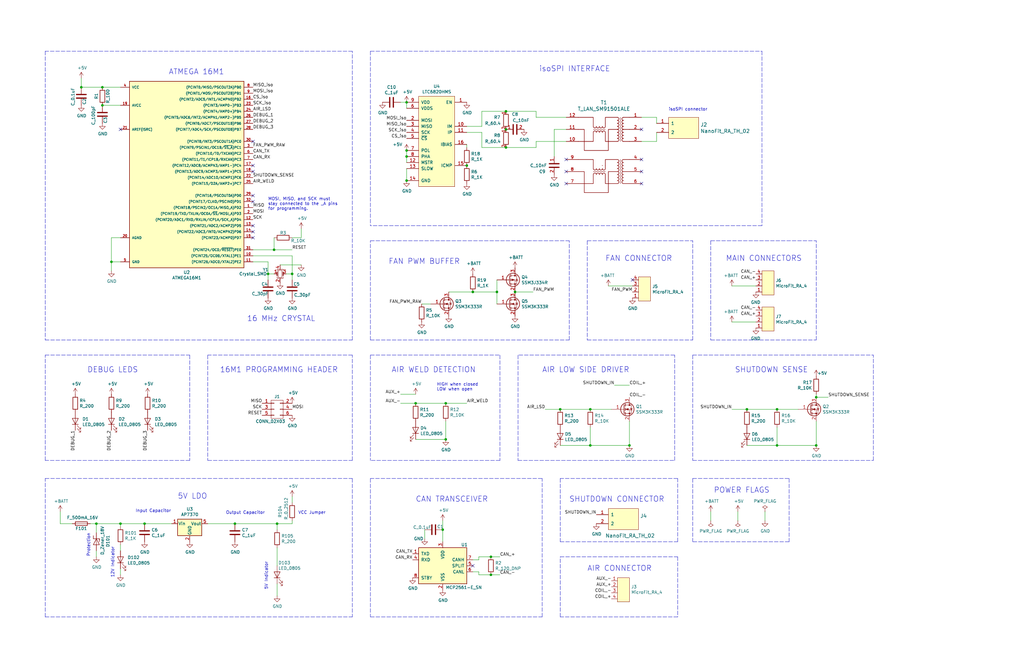
<source format=kicad_sch>
(kicad_sch (version 20211123) (generator eeschema)
  (paper "B")
  (title_block (title "Go Kart BMS Core") (date "2022-02-23") (rev "1") (company "Olin Electric Motorsports") (comment 1 "Elvis Wolcott"))
  (junction (at 248.92 187.96))
  (junction (at 60.96 220.98))
  (junction (at 213.36 62.23))
  (junction (at 171.45 76.2))
  (junction (at 344.17 167.64))
  (junction (at 187.96 185.42))
  (junction (at 209.55 123.19))
  (junction (at 175.26 170.18))
  (junction (at 171.45 43.18))
  (junction (at 248.92 172.72))
  (junction (at 99.06 220.98))
  (junction (at 196.85 69.85))
  (junction (at 115.57 105.41))
  (junction (at 327.66 187.96))
  (junction (at 116.84 220.98))
  (junction (at 207.01 234.95))
  (junction (at 113.03 115.57))
  (junction (at 50.8 220.98))
  (junction (at 171.45 63.5))
  (junction (at 171.45 66.04))
  (junction (at 46.99 110.49))
  (junction (at 34.29 36.83))
  (junction (at 187.96 170.18))
  (junction (at 213.36 46.99))
  (junction (at 40.64 220.98))
  (junction (at 123.19 115.57))
  (junction (at 186.69 223.52))
  (junction (at 217.17 123.19))
  (junction (at 207.01 242.57))
  (junction (at 327.66 172.72))
  (junction (at 213.36 54.61))
  (junction (at 265.43 187.96))
  (junction (at 199.39 123.19))
  (junction (at 236.22 172.72))
  (junction (at 43.18 36.83))
  (junction (at 43.18 44.45))
  (junction (at 344.17 187.96))
  (junction (at 314.96 172.72))
  (no_connect (at 106.68 59.69))
  (no_connect (at 50.8 54.61))
  (no_connect (at 266.7 118.11))
  (no_connect (at 270.51 54.61))
  (no_connect (at 238.76 72.39))
  (no_connect (at 238.76 77.47))
  (no_connect (at 106.68 100.33))
  (no_connect (at 199.39 238.76))
  (no_connect (at 106.68 72.39))
  (no_connect (at 106.68 95.25))
  (no_connect (at 238.76 67.31))
  (no_connect (at 106.68 85.09))
  (no_connect (at 106.68 97.79))
  (no_connect (at 270.51 72.39))
  (no_connect (at 106.68 82.55))
  (no_connect (at 270.51 77.47))
  (no_connect (at 270.51 67.31))
  (no_connect (at 106.68 69.85))
  (polyline (pts (xy 321.31 95.25) (xy 156.21 95.25)))
  (wire (pts (xy 318.77 120.65) (xy 308.61 120.65)))
  (polyline (pts (xy 236.22 228.6) (xy 285.75 228.6)))
  (wire (pts (xy 209.55 123.19) (xy 209.55 128.27)))
  (wire (pts (xy 116.84 223.52) (xy 116.84 220.98)))
  (wire (pts (xy 203.2 53.34) (xy 203.2 46.99)))
  (wire (pts (xy 186.69 223.52) (xy 186.69 219.71)))
  (polyline (pts (xy 19.05 149.86) (xy 80.01 149.86)))
  (wire (pts (xy 175.26 170.18) (xy 187.96 170.18)))
  (polyline (pts (xy 156.21 143.51) (xy 156.21 101.6)))
  (wire (pts (xy 201.93 234.95) (xy 207.01 234.95)))
  (polyline (pts (xy 236.22 201.93) (xy 236.22 228.6)))
  (wire (pts (xy 113.03 115.57) (xy 115.57 115.57)))
  (wire (pts (xy 106.68 105.41) (xy 115.57 105.41)))
  (wire (pts (xy 196.85 53.34) (xy 203.2 53.34)))
  (wire (pts (xy 168.91 43.18) (xy 171.45 43.18)))
  (wire (pts (xy 123.19 115.57) (xy 123.19 107.95)))
  (wire (pts (xy 123.19 212.09) (xy 123.19 209.55)))
  (wire (pts (xy 203.2 62.23) (xy 213.36 62.23)))
  (wire (pts (xy 189.23 123.19) (xy 199.39 123.19)))
  (wire (pts (xy 50.8 220.98) (xy 50.8 222.25)))
  (wire (pts (xy 123.19 107.95) (xy 106.68 107.95)))
  (polyline (pts (xy 321.31 21.59) (xy 321.31 95.25)))
  (wire (pts (xy 123.19 115.57) (xy 123.19 118.11)))
  (wire (pts (xy 171.45 45.72) (xy 171.45 43.18)))
  (wire (pts (xy 248.92 187.96) (xy 248.92 180.34)))
  (wire (pts (xy 199.39 241.3) (xy 201.93 241.3)))
  (wire (pts (xy 116.84 231.14) (xy 116.84 238.76)))
  (polyline (pts (xy 292.1 194.31) (xy 368.3 194.31)))
  (wire (pts (xy 265.43 177.8) (xy 265.43 187.96)))
  (wire (pts (xy 196.85 170.18) (xy 187.96 170.18)))
  (wire (pts (xy 46.99 114.3) (xy 46.99 110.49)))
  (wire (pts (xy 276.86 59.69) (xy 270.51 59.69)))
  (polyline (pts (xy 228.6 201.93) (xy 156.21 201.93)))
  (wire (pts (xy 344.17 177.8) (xy 344.17 187.96)))
  (wire (pts (xy 238.76 49.53) (xy 226.06 49.53)))
  (polyline (pts (xy 284.48 149.86) (xy 218.44 149.86)))
  (wire (pts (xy 209.55 123.19) (xy 209.55 118.11)))
  (wire (pts (xy 276.86 49.53) (xy 276.86 52.07)))
  (polyline (pts (xy 87.63 194.31) (xy 148.59 194.31)))
  (polyline (pts (xy 292.1 201.93) (xy 292.1 228.6)))
  (wire (pts (xy 40.64 232.41) (xy 40.64 234.95)))
  (polyline (pts (xy 210.82 149.86) (xy 210.82 194.31)))
  (wire (pts (xy 322.58 215.9) (xy 322.58 219.71)))
  (polyline (pts (xy 292.1 149.86) (xy 368.3 149.86)))
  (wire (pts (xy 179.07 223.52) (xy 179.07 227.33)))
  (polyline (pts (xy 148.59 201.93) (xy 148.59 260.35)))
  (wire (pts (xy 168.91 170.18) (xy 175.26 170.18)))
  (polyline (pts (xy 218.44 149.86) (xy 218.44 194.31)))
  (polyline (pts (xy 148.59 143.51) (xy 148.59 21.59)))
  (wire (pts (xy 120.65 115.57) (xy 123.19 115.57)))
  (polyline (pts (xy 19.05 143.51) (xy 148.59 143.51)))
  (wire (pts (xy 236.22 187.96) (xy 248.92 187.96)))
  (wire (pts (xy 186.69 228.6) (xy 186.69 223.52)))
  (wire (pts (xy 118.11 111.76) (xy 127 111.76)))
  (polyline (pts (xy 292.1 149.86) (xy 292.1 194.31)))
  (wire (pts (xy 314.96 187.96) (xy 327.66 187.96)))
  (wire (pts (xy 34.29 33.02) (xy 34.29 36.83)))
  (wire (pts (xy 40.64 224.79) (xy 40.64 220.98)))
  (wire (pts (xy 196.85 55.88) (xy 203.2 55.88)))
  (wire (pts (xy 201.93 242.57) (xy 207.01 242.57)))
  (wire (pts (xy 25.4 215.9) (xy 25.4 220.98)))
  (wire (pts (xy 199.39 236.22) (xy 201.93 236.22)))
  (polyline (pts (xy 368.3 194.31) (xy 368.3 149.86)))
  (polyline (pts (xy 236.22 260.35) (xy 236.22 234.95)))
  (wire (pts (xy 177.8 128.27) (xy 181.61 128.27)))
  (wire (pts (xy 256.54 120.65) (xy 266.7 120.65)))
  (wire (pts (xy 50.8 220.98) (xy 60.96 220.98)))
  (polyline (pts (xy 156.21 21.59) (xy 321.31 21.59)))
  (wire (pts (xy 116.84 246.38) (xy 116.84 251.46)))
  (wire (pts (xy 207.01 234.95) (xy 210.82 234.95)))
  (polyline (pts (xy 148.59 21.59) (xy 19.05 21.59)))
  (wire (pts (xy 226.06 59.69) (xy 238.76 59.69)))
  (polyline (pts (xy 156.21 101.6) (xy 240.03 101.6)))
  (wire (pts (xy 123.19 100.33) (xy 127 100.33)))
  (polyline (pts (xy 87.63 149.86) (xy 87.63 194.31)))
  (polyline (pts (xy 156.21 260.35) (xy 228.6 260.35)))
  (wire (pts (xy 226.06 49.53) (xy 226.06 46.99)))
  (wire (pts (xy 25.4 220.98) (xy 30.48 220.98)))
  (polyline (pts (xy 19.05 260.35) (xy 19.05 201.93)))
  (wire (pts (xy 201.93 236.22) (xy 201.93 234.95)))
  (wire (pts (xy 233.68 54.61) (xy 233.68 66.04)))
  (wire (pts (xy 87.63 220.98) (xy 99.06 220.98)))
  (wire (pts (xy 40.64 220.98) (xy 50.8 220.98)))
  (wire (pts (xy 175.26 185.42) (xy 187.96 185.42)))
  (wire (pts (xy 113.03 115.57) (xy 113.03 110.49)))
  (polyline (pts (xy 299.72 143.51) (xy 344.17 143.51)))
  (wire (pts (xy 171.45 68.58) (xy 171.45 66.04)))
  (polyline (pts (xy 19.05 194.31) (xy 19.05 149.86)))
  (polyline (pts (xy 148.59 194.31) (xy 148.59 149.86)))
  (wire (pts (xy 203.2 46.99) (xy 213.36 46.99)))
  (wire (pts (xy 115.57 105.41) (xy 115.57 100.33)))
  (wire (pts (xy 127 100.33) (xy 127 96.52)))
  (wire (pts (xy 344.17 187.96) (xy 327.66 187.96)))
  (polyline (pts (xy 210.82 194.31) (xy 156.21 194.31)))
  (polyline (pts (xy 284.48 194.31) (xy 284.48 149.86)))
  (wire (pts (xy 60.96 220.98) (xy 72.39 220.98)))
  (polyline (pts (xy 292.1 143.51) (xy 292.1 101.6)))
  (wire (pts (xy 115.57 105.41) (xy 123.19 105.41)))
  (wire (pts (xy 327.66 187.96) (xy 327.66 180.34)))
  (wire (pts (xy 99.06 220.98) (xy 116.84 220.98)))
  (wire (pts (xy 203.2 55.88) (xy 203.2 62.23)))
  (wire (pts (xy 34.29 36.83) (xy 43.18 36.83)))
  (wire (pts (xy 201.93 241.3) (xy 201.93 242.57)))
  (wire (pts (xy 171.45 71.12) (xy 171.45 76.2)))
  (wire (pts (xy 311.15 219.71) (xy 311.15 215.9)))
  (wire (pts (xy 187.96 185.42) (xy 187.96 177.8)))
  (polyline (pts (xy 292.1 201.93) (xy 332.74 201.93)))
  (polyline (pts (xy 19.05 201.93) (xy 148.59 201.93)))
  (wire (pts (xy 308.61 135.89) (xy 318.77 135.89)))
  (polyline (pts (xy 299.72 101.6) (xy 344.17 101.6)))
  (polyline (pts (xy 156.21 149.86) (xy 210.82 149.86)))
  (polyline (pts (xy 228.6 260.35) (xy 228.6 201.93)))
  (wire (pts (xy 265.43 162.56) (xy 259.08 162.56)))
  (polyline (pts (xy 285.75 228.6) (xy 285.75 201.93)))
  (wire (pts (xy 123.19 220.98) (xy 123.19 219.71)))
  (wire (pts (xy 257.81 172.72) (xy 248.92 172.72)))
  (wire (pts (xy 50.8 110.49) (xy 46.99 110.49)))
  (wire (pts (xy 226.06 46.99) (xy 213.36 46.99)))
  (polyline (pts (xy 80.01 149.86) (xy 80.01 194.31)))
  (polyline (pts (xy 156.21 21.59) (xy 156.21 95.25)))
  (wire (pts (xy 207.01 242.57) (xy 210.82 242.57)))
  (wire (pts (xy 50.8 229.87) (xy 50.8 232.41)))
  (wire (pts (xy 116.84 220.98) (xy 123.19 220.98)))
  (polyline (pts (xy 156.21 149.86) (xy 156.21 194.31)))
  (wire (pts (xy 38.1 220.98) (xy 40.64 220.98)))
  (polyline (pts (xy 247.65 143.51) (xy 292.1 143.51)))
  (polyline (pts (xy 285.75 260.35) (xy 236.22 260.35)))
  (polyline (pts (xy 80.01 194.31) (xy 19.05 194.31)))
  (wire (pts (xy 50.8 44.45) (xy 43.18 44.45)))
  (polyline (pts (xy 218.44 194.31) (xy 284.48 194.31)))
  (polyline (pts (xy 240.03 143.51) (xy 240.03 101.6)))
  (wire (pts (xy 344.17 166.37) (xy 344.17 167.64)))
  (wire (pts (xy 213.36 62.23) (xy 226.06 62.23)))
  (wire (pts (xy 113.03 110.49) (xy 106.68 110.49)))
  (wire (pts (xy 46.99 100.33) (xy 50.8 100.33)))
  (wire (pts (xy 299.72 215.9) (xy 299.72 219.71)))
  (polyline (pts (xy 299.72 101.6) (xy 299.72 143.51)))
  (wire (pts (xy 46.99 110.49) (xy 46.99 100.33)))
  (polyline (pts (xy 332.74 201.93) (xy 332.74 228.6)))
  (polyline (pts (xy 156.21 201.93) (xy 156.21 260.35)))
  (wire (pts (xy 308.61 172.72) (xy 314.96 172.72)))
  (wire (pts (xy 175.26 166.37) (xy 168.91 166.37)))
  (polyline (pts (xy 247.65 101.6) (xy 247.65 143.51)))
  (wire (pts (xy 199.39 123.19) (xy 209.55 123.19)))
  (wire (pts (xy 276.86 55.88) (xy 276.86 59.69)))
  (wire (pts (xy 270.51 49.53) (xy 276.86 49.53)))
  (polyline (pts (xy 156.21 143.51) (xy 240.03 143.51)))
  (wire (pts (xy 171.45 66.04) (xy 171.45 63.5)))
  (polyline (pts (xy 19.05 21.59) (xy 19.05 143.51)))
  (wire (pts (xy 50.8 240.03) (xy 50.8 242.57)))
  (polyline (pts (xy 19.05 260.35) (xy 148.59 260.35)))
  (wire (pts (xy 314.96 172.72) (xy 327.66 172.72)))
  (polyline (pts (xy 247.65 101.6) (xy 292.1 101.6)))
  (wire (pts (xy 196.85 60.96) (xy 196.85 62.23)))
  (wire (pts (xy 349.25 167.64) (xy 344.17 167.64)))
  (polyline (pts (xy 148.59 149.86) (xy 87.63 149.86)))
  (wire (pts (xy 224.79 123.19) (xy 217.17 123.19)))
  (wire (pts (xy 265.43 187.96) (xy 248.92 187.96)))
  (wire (pts (xy 236.22 172.72) (xy 248.92 172.72)))
  (polyline (pts (xy 332.74 228.6) (xy 292.1 228.6)))
  (wire (pts (xy 226.06 62.23) (xy 226.06 59.69)))
  (polyline (pts (xy 236.22 234.95) (xy 285.75 234.95)))
  (wire (pts (xy 113.03 118.11) (xy 113.03 115.57)))
  (wire (pts (xy 238.76 54.61) (xy 233.68 54.61)))
  (wire (pts (xy 43.18 36.83) (xy 50.8 36.83)))
  (polyline (pts (xy 285.75 201.93) (xy 236.22 201.93)))
  (polyline (pts (xy 285.75 234.95) (xy 285.75 260.35)))
  (polyline (pts (xy 344.17 143.51) (xy 344.17 101.6)))
  (wire (pts (xy 336.55 172.72) (xy 327.66 172.72)))
  (wire (pts (xy 229.87 172.72) (xy 236.22 172.72)))
  (text "5V Indicator" (at 113.03 248.92 90) (effects (font (size 1.27 1.27)) (justify left bottom)))
  (text "Protection\n" (at 38.1 234.95 90) (effects (font (size 1.27 1.27)) (justify left bottom)))
  (text "FAN CONNECTOR" (at 255.27 110.49 0) (effects (font (size 2.2606 2.2606)) (justify left bottom)))
  (text "Input Capacitor\n\n" (at 57.15 218.44 0) (effects (font (size 1.27 1.27)) (justify left bottom)))
  (text "MAIN CONNECTORS" (at 306.07 110.49 0) (effects (font (size 2.2606 2.2606)) (justify left bottom)))
  (text "DEBUG LEDS" (at 36.83 157.48 0) (effects (font (size 2.2606 2.2606)) (justify left bottom)))
  (text "CAN TRANSCEIVER\n" (at 175.26 212.09 0) (effects (font (size 2.2606 2.2606)) (justify left bottom)))
  (text "SHUTDOWN SENSE" (at 309.88 157.48 0) (effects (font (size 2.2606 2.2606)) (justify left bottom)))
  (text "Output Capacitor\n" (at 95.25 217.17 0) (effects (font (size 1.27 1.27)) (justify left bottom)))
  (text "16M1 PROGRAMMING HEADER\n" (at 92.71 157.48 0) (effects (font (size 2.2606 2.2606)) (justify left bottom)))
  (text "16 MHz CRYSTAL\n" (at 104.14 135.89 0) (effects (font (size 2.2606 2.2606)) (justify left bottom)))
  (text "SHUTDOWN CONNECTOR" (at 240.03 212.09 0) (effects (font (size 2.2606 2.2606)) (justify left bottom)))
  (text "AIR WELD DETECTION" (at 165.1 157.48 0) (effects (font (size 2.2606 2.2606)) (justify left bottom)))
  (text "isoSPI connector" (at 281.94 46.99 0) (effects (font (size 1.27 1.27)) (justify left bottom)))
  (text "VCC Jumper\n" (at 125.73 217.17 0) (effects (font (size 1.27 1.27)) (justify left bottom)))
  (text "POWER FLAGS\n" (at 300.99 208.28 0) (effects (font (size 2.2606 2.2606)) (justify left bottom)))
  (text "FAN PWM BUFFER" (at 163.83 111.76 0) (effects (font (size 2.2606 2.2606)) (justify left bottom)))
  (text "12V Indicator" (at 48.26 243.84 90) (effects (font (size 1.27 1.27)) (justify left bottom)))
  (text "AIR LOW SIDE DRIVER" (at 228.6 157.48 0) (effects (font (size 2.2606 2.2606)) (justify left bottom)))
  (text "AIR CONNECTOR" (at 247.65 241.3 0) (effects (font (size 2.2606 2.2606)) (justify left bottom)))
  (text "HIGH when closed\nLOW when open" (at 184.15 165.1 0) (effects (font (size 1.27 1.27)) (justify left bottom)))
  (text "MOSI, MISO, and SCK must\nstay connected to the _A pins\nfor programming." (at 113.03 88.9 0) (effects (font (size 1.27 1.27)) (justify left bottom)))
  (text "ATMEGA 16M1\n" (at 71.12 31.75 0) (effects (font (size 2.2606 2.2606)) (justify left bottom)))
  (text "isoSPI INTERFACE" (at 227.33 30.48 0) (effects (font (size 2.2606 2.2606)) (justify left bottom)))
  (text "5V LDO" (at 74.93 210.82 0) (effects (font (size 2.2606 2.2606)) (justify left bottom)))
  (label "CAN_-" (at 318.77 130.81 180))
  (label "AIR_WELD" (at 196.85 170.18 0))
  (label "CAN_+" (at 318.77 133.35 180))
  (label "MOSI_iso" (at 171.45 50.8 180))
  (label "CAN_-" (at 210.82 242.57 0))
  (label "CAN_TX" (at 173.99 233.68 180))
  (label "RESET" (at 123.19 105.41 0))
  (label "SCK" (at 106.68 92.71 0))
  (label "SHUTDOWN_IN" (at 251.46 217.17 180))
  (label "SCK_iso" (at 171.45 55.88 180))
  (label "RESET" (at 110.49 175.26 180))
  (label "MISO" (at 110.49 170.18 180))
  (label "SHUTDOWN_SENSE" (at 349.25 167.64 0))
  (label "MOSI" (at 106.68 90.17 0))
  (label "FAN_PWM" (at 224.79 123.19 0))
  (label "DEBUG_2" (at 106.68 52.07 0))
  (label "SCK" (at 110.49 172.72 180))
  (label "DEBUG_1" (at 106.68 49.53 0))
  (label "CAN_RX" (at 173.99 236.22 180))
  (label "CAN_+" (at 318.77 118.11 180))
  (label "MOSI" (at 123.19 172.72 0))
  (label "MISO" (at 106.68 87.63 0))
  (label "FAN_PWM_RAW" (at 106.68 62.23 0))
  (label "FAN_PWM_RAW" (at 177.8 128.27 180))
  (label "AIR_LSD" (at 229.87 172.72 180))
  (label "SHUTDOWN_SENSE" (at 106.68 74.93 0))
  (label "SHUTDOWN_IN" (at 259.08 162.56 180))
  (label "CAN_+" (at 210.82 234.95 0))
  (label "CS_iso" (at 171.45 58.42 180))
  (label "SHUTDOWN_IN" (at 308.61 172.72 180))
  (label "AIR_WELD" (at 106.68 77.47 0))
  (label "AUX_+" (at 257.81 247.65 180))
  (label "CAN_RX" (at 106.68 67.31 0))
  (label "CAN_-" (at 318.77 115.57 180))
  (label "COIL_+" (at 257.81 252.73 180))
  (label "AIR_LSD" (at 106.68 46.99 0))
  (label "FAN_PWM" (at 266.7 123.19 180))
  (label "DEBUG_3" (at 62.23 181.61 270))
  (label "MOSI_iso" (at 106.68 39.37 0))
  (label "CS_iso" (at 106.68 41.91 0))
  (label "AUX_+" (at 168.91 166.37 180))
  (label "AUX_-" (at 257.81 245.11 180))
  (label "COIL_-" (at 257.81 250.19 180))
  (label "SCK_iso" (at 106.68 44.45 0))
  (label "MISO_iso" (at 171.45 53.34 180))
  (label "COIL_+" (at 265.43 162.56 0))
  (label "DEBUG_2" (at 46.99 181.61 270))
  (label "COIL_-" (at 265.43 167.64 0))
  (label "DEBUG_1" (at 31.75 181.61 270))
  (label "AUX_-" (at 168.91 170.18 180))
  (label "MISO_iso" (at 106.68 36.83 0))
  (label "DEBUG_3" (at 106.68 54.61 0))
  (label "CAN_TX" (at 106.68 64.77 0))
  (symbol (lib_id "power:GND") (at 80.01 228.6 0) (unit 1)
    (property "Reference" "#PWR?" (effects hide))
    (property "Value" "GND" (at 80.137 232.9942 0))
  )
  (symbol (lib_id "power:GND") (at 60.96 228.6 0) (unit 1)
    (property "Reference" "#PWR?" (effects hide))
    (property "Value" "GND" (at 61.087 232.9942 0))
  )
  (symbol (lib_id "power:GND") (at 322.58 219.71 0) (unit 1)
    (property "Reference" "#PWR?" (effects hide))
    (property "Value" "GND" (at 322.707 224.1042 0))
  )
  (symbol (lib_id "formula:F_500mA_16V") (at 34.29 220.98 270) (unit 1)
    (property "Reference" "F101" (at 34.29 223.012 90))
    (property "Value" "F_500mA_16V" (at 34.798 218.44 90))
    (property "Footprint" "footprints:Fuse_1210" (effects hide))
    (property "Datasheet" "https://belfuse.com/resources/CircuitProtection/datasheets/0ZCH%20Nov2016.pdf" (effects hide))
    (property "MFN" "DK" (effects hide))
    (property "MPN" "507-1786-1-ND" (effects hide))
    (property "PurchasingLink" "https://www.digikey.com/product-detail/en/bel-fuse-inc/0ZCH0050FF2G/507-1786-1-ND/4156209" (effects hide))
  )
  (symbol (lib_id "formula:R_0_2512") (at 123.19 215.9 0) (unit 1)
    (property "Reference" "R104" (at 118.11 215.9 90))
    (property "Value" "R_0_2512" (at 120.65 214.63 90))
    (property "Footprint" "footprints:R_2512_OEM" (effects hide))
    (property "Datasheet" "http://www.te.com/commerce/DocumentDelivery/DDEController?Action=srchrtrv&DocNm=9-1773463-7&DocType=DS&DocLang=English" (effects hide))
    (property "MFN" "DK" (effects hide))
    (property "MPN" "A121322CT-ND" (effects hide))
    (property "PurchasingLink" "https://www.digikey.com/products/en?keywords=A121322CT-ND" (effects hide))
  )
  (symbol (lib_id "formula:LED_0805") (at 116.84 242.57 90) (unit 1)
    (property "Reference" "D103" (at 117.348 237.49 90) (effects (justify right)))
    (property "Value" "LED_0805" (at 117.348 239.776 90) (effects (justify right)))
    (property "Footprint" "footprints:LED_0805_OEM" (effects hide))
    (property "Datasheet" "http://www.osram-os.com/Graphics/XPic9/00078860_0.pdf" (effects hide))
    (property "MFN" "DK" (effects hide))
    (property "MPN" "475-1410-1-ND" (effects hide))
    (property "PurchasingLink" "https://www.digikey.com/products/en?keywords=475-1410-1-ND" (effects hide))
  )
  (symbol (lib_id "formula:R_200") (at 116.84 227.33 0) (unit 1)
    (property "Reference" "R105" (at 118.618 226.1616 0) (effects (justify left)))
    (property "Value" "R_200" (at 118.618 228.473 0) (effects (justify left)))
    (property "Footprint" "footprints:R_0805_OEM" (effects hide))
    (property "Datasheet" "https://www.seielect.com/Catalog/SEI-RMCF_RMCP.pdf" (effects hide))
    (property "MFN" "DK" (effects hide))
    (property "MPN" "RMCF0805JT200RCT-ND" (effects hide))
    (property "PurchasingLink" "https://www.digikey.com/products/en?keywords=RMCF0805JT200RCT-ND" (effects hide))
  )
  (symbol (lib_id "power:GND") (at 116.84 251.46 0) (unit 1)
    (property "Reference" "#PWR?" (effects hide))
    (property "Value" "GND" (at 116.967 255.8542 0))
  )
  (symbol (lib_id "formula:D_Zener_18V") (at 40.64 228.6 270) (unit 1)
    (property "Reference" "D101" (at 45.466 228.346 0))
    (property "Value" "D_Zener_18V" (at 43.18 228.092 0))
    (property "Footprint" "footprints:DO-214AA" (effects hide))
    (property "Datasheet" "http://www.mccsemi.com/up_pdf/SMBJ5338B-SMBJ5388B(SMB).pdf" (effects hide))
    (property "MFN" "DK" (effects hide))
    (property "MPN" "SMBJ5355B-TPMSCT-ND" (effects hide))
    (property "PurchasingLink" "https://www.digikey.com/products/en?keywords=SMBJ5355B-TPMSCT-ND" (effects hide))
  )
  (symbol (lib_id "power:GND") (at 40.64 234.95 0) (unit 1)
    (property "Reference" "#PWR?" (effects hide))
    (property "Value" "GND" (at 40.767 239.3442 0))
  )
  (symbol (lib_id "formula:LED_0805") (at 50.8 236.22 90) (unit 1)
    (property "Reference" "D102" (at 53.7718 235.2548 90) (effects (justify right)))
    (property "Value" "LED_0805" (at 53.7718 237.5662 90) (effects (justify right)))
    (property "Footprint" "footprints:LED_0805_OEM" (effects hide))
    (property "Datasheet" "http://www.osram-os.com/Graphics/XPic9/00078860_0.pdf" (effects hide))
    (property "MFN" "DK" (effects hide))
    (property "MPN" "475-1410-1-ND" (effects hide))
    (property "PurchasingLink" "https://www.digikey.com/products/en?keywords=475-1410-1-ND" (effects hide))
  )
  (symbol (lib_id "power:GND") (at 50.8 242.57 0) (unit 1)
    (property "Reference" "#PWR?" (effects hide))
    (property "Value" "GND" (at 50.927 246.9642 0))
  )
  (symbol (lib_id "formula:ATMEGA16M1") (at 78.74 80.01 0) (unit 1)
    (property "Reference" "U2" (at 78.74 114.935 0))
    (property "Value" "ATMEGA16M1" (at 78.74 117.2464 0))
    (property "Footprint" "footprints:TQFP-32_7x7mm_Pitch0.8mm" (effects hide))
    (property "Datasheet" "http://ww1.microchip.com/downloads/en/DeviceDoc/Atmel-8209-8-bit%20AVR%20ATmega16M1-32M1-64M1_Datasheet.pdf" (effects hide))
    (property "MFN" "DK" (effects hide))
    (property "MPN" "ATMEGA16M1-AU-ND" (effects hide))
    (property "PurchasingLink" "https://www.digikey.com/product-detail/en/atmel/ATMEGA16M1-AU/ATMEGA16M1-AU-ND/2271208" (effects hide))
  )
  (symbol (lib_id "formula:R_100") (at 43.18 40.64 0) (unit 1)
    (property "Reference" "R1" (at 40.64 41.91 90) (effects (justify left)))
    (property "Value" "R_100" (at 45.466 43.688 90) (effects (justify left)))
    (property "Footprint" "footprints:R_0805_OEM" (effects hide))
    (property "Datasheet" "https://www.seielect.com/Catalog/SEI-rncp.pdf" (effects hide))
    (property "MFN" "DK" (effects hide))
    (property "MPN" "RNCP0805FTD100RCT-ND" (effects hide))
    (property "PurchasingLink" "https://www.digikey.com/products/en?keywords=RNCP0805FTD100RCT-ND" (effects hide))
  )
  (symbol (lib_id "formula:C_0.1uF") (at 34.29 40.64 0) (unit 1)
    (property "Reference" "C2" (at 35.56 44.196 90) (effects (justify left)))
    (property "Value" "C_0.1uF" (at 30.734 44.704 90) (effects (justify left)))
    (property "Footprint" "footprints:C_0805_OEM" (effects hide))
    (property "Datasheet" "http://datasheets.avx.com/X7RDielectric.pdf" (effects hide))
    (property "MFN" "DK" (effects hide))
    (property "MPN" "478-3352-1-ND" (effects hide))
    (property "PurchasingLink" "https://www.digikey.com/products/en?keywords=478-3352-1-ND" (effects hide))
  )
  (symbol (lib_id "formula:C_100pF") (at 43.18 48.26 0) (unit 1)
    (property "Reference" "C3" (at 44.45 52.07 90) (effects (justify left)))
    (property "Value" "C_100pF" (at 39.37 52.832 90) (effects (justify left)))
    (property "Footprint" "footprints:C_0805_OEM" (effects hide))
    (property "Datasheet" "https://katalog.we-online.de/pbs/datasheet/885012007057.pdf" (effects hide))
    (property "MFN" "DK" (effects hide))
    (property "MPN" "732-7852-1-ND" (effects hide))
    (property "PurchasingLink" "https://www.digikey.com/product-detail/en/wurth-electronics-inc/885012007057/732-7852-1-ND/5454479" (effects hide))
  )
  (symbol (lib_id "power:GND") (at 34.29 44.45 0) (unit 1)
    (property "Reference" "#PWR?" (effects hide))
    (property "Value" "GND" (at 34.417 48.8442 0))
  )
  (symbol (lib_id "power:GND") (at 43.18 52.07 0) (unit 1)
    (property "Reference" "#PWR?" (effects hide))
    (property "Value" "GND" (at 43.307 56.4642 0))
  )
  (symbol (lib_id "formula:Crystal_SMD") (at 118.11 115.57 0) (unit 1)
    (property "Reference" "Y1" (at 110.744 113.792 0) (effects (justify left)))
    (property "Value" "Crystal_SMD" (at 100.838 115.57 0) (effects (justify left)))
    (property "Footprint" "footprints:Crystal_SMD_FA238" (effects hide))
    (property "Datasheet" "http://www.txccorp.com/download/products/quartz_crystals/2015TXC_7M_17.pdf" (effects hide))
    (property "MFN" "DK" (effects hide))
    (property "MPN" "887-1125-1-ND" (effects hide))
    (property "PurchasingLink" "https://www.digikey.com/product-detail/en/txc-corporation/7M-16.000MAAJ-T/887-1125-1-ND/2119014" (effects hide))
  )
  (symbol (lib_id "formula:C_30pF") (at 113.03 121.92 0) (unit 1)
    (property "Reference" "C4" (at 110.236 119.888 0) (effects (justify left)))
    (property "Value" "C_30pF" (at 106.172 123.952 0) (effects (justify left)))
    (property "Footprint" "footprints:C_0805_OEM" (effects hide))
    (property "Datasheet" "https://media.digikey.com/pdf/Data%20Sheets/Samsung%20PDFs/CL_Series_MLCC_ds.pdf" (effects hide))
    (property "MFN" "DK" (effects hide))
    (property "MPN" "1276-1130-1-ND" (effects hide))
    (property "PurchasingLink" "https://www.digikey.com/product-detail/en/samsung-electro-mechanics-america-inc/CL21C300JBANNNC/1276-1130-1-ND/3889216" (effects hide))
  )
  (symbol (lib_id "formula:C_30pF") (at 123.19 121.92 0) (unit 1)
    (property "Reference" "C5" (at 123.698 119.888 0) (effects (justify left)))
    (property "Value" "C_30pF" (at 123.952 124.46 0) (effects (justify left)))
    (property "Footprint" "footprints:C_0805_OEM" (effects hide))
    (property "Datasheet" "https://media.digikey.com/pdf/Data%20Sheets/Samsung%20PDFs/CL_Series_MLCC_ds.pdf" (effects hide))
    (property "MFN" "DK" (effects hide))
    (property "MPN" "1276-1130-1-ND" (effects hide))
    (property "PurchasingLink" "https://www.digikey.com/product-detail/en/samsung-electro-mechanics-america-inc/CL21C300JBANNNC/1276-1130-1-ND/3889216" (effects hide))
  )
  (symbol (lib_id "formula:R_10K") (at 119.38 100.33 270) (unit 1)
    (property "Reference" "R3" (at 119.38 98.298 90))
    (property "Value" "R_10K" (at 125.73 101.6 90))
    (property "Footprint" "footprints:R_0805_OEM" (effects hide))
    (property "Datasheet" "http://www.bourns.com/data/global/pdfs/CRS.pdf" (effects hide))
    (property "MFN" "DK" (effects hide))
    (property "MPN" "CRS0805-FX-1002ELFCT-ND" (effects hide))
    (property "PurchasingLink" "https://www.digikey.com/products/en?keywords=CRS0805-FX-1002ELFCT-ND" (effects hide))
  )
  (symbol (lib_id "power:GND") (at 113.03 125.73 0) (unit 1)
    (property "Reference" "#PWR?" (effects hide))
    (property "Value" "GND" (at 113.157 130.1242 0))
  )
  (symbol (lib_id "power:GND") (at 123.19 125.73 0) (unit 1)
    (property "Reference" "#PWR?" (effects hide))
    (property "Value" "GND" (at 123.317 130.1242 0))
  )
  (symbol (lib_id "power:GND") (at 118.11 119.38 0) (unit 1)
    (property "Reference" "#PWR?" (effects hide))
    (property "Value" "GND" (at 118.237 123.7742 0))
  )
  (symbol (lib_id "power:GND") (at 127 111.76 0) (unit 1)
    (property "Reference" "#PWR?" (effects hide))
    (property "Value" "GND" (at 127.127 116.1542 0))
  )
  (symbol (lib_id "power:GND") (at 46.99 114.3 0) (unit 1)
    (property "Reference" "#PWR?" (effects hide))
    (property "Value" "GND" (at 47.117 118.6942 0))
  )
  (symbol (lib_id "formula:MCP2561-E_SN") (at 186.69 238.76 0) (unit 1)
    (property "Reference" "U1" (at 195.834 229.87 0))
    (property "Value" "MCP2561-E_SN" (at 195.58 247.904 0))
    (property "Footprint" "footprints:SOIC-8_3.9x4.9mm_Pitch1.27mm_OEM" (effects hide))
    (property "Datasheet" "http://www.microchip.com/mymicrochip/filehandler.aspx?ddocname=en561044" (effects hide))
    (property "MFN" "DK" (effects hide))
    (property "MPN" "MCP2561-E/SN-ND" (effects hide))
    (property "PurchasingLink" "https://www.digikey.com/products/en?keywords=mcp2561-e%2Fsn" (effects hide))
  )
  (symbol (lib_id "formula:C_0.1uF") (at 182.88 223.52 270) (unit 1)
    (property "Reference" "C1" (at 185.674 222.25 90))
    (property "Value" "C_0.1uF" (at 178.054 222.504 90))
    (property "Footprint" "footprints:C_0805_OEM" (effects hide))
    (property "Datasheet" "http://datasheets.avx.com/X7RDielectric.pdf" (effects hide))
    (property "MFN" "DK" (effects hide))
    (property "MPN" "478-3352-1-ND" (effects hide))
    (property "PurchasingLink" "https://www.digikey.com/products/en?keywords=478-3352-1-ND" (effects hide))
  )
  (symbol (lib_id "power:GND") (at 179.07 227.33 0) (unit 1)
    (property "Reference" "#PWR?" (effects hide))
    (property "Value" "GND" (at 176.53 227.33 0))
  )
  (symbol (lib_id "power:GND") (at 186.69 248.92 0) (unit 1)
    (property "Reference" "#PWR?" (effects hide))
    (property "Value" "GND" (at 186.817 253.3142 0))
  )
  (symbol (lib_id "power:GND") (at 173.99 243.84 0) (unit 1)
    (property "Reference" "#PWR?" (effects hide))
    (property "Value" "GND" (at 174.117 248.2342 0))
  )
  (symbol (lib_id "power:PWR_FLAG") (at 299.72 219.71 180) (unit 1)
    (property "Reference" "#FLG?" (effects hide))
    (property "Value" "PWR_FLAG" (at 299.72 224.1296 0))
  )
  (symbol (lib_id "power:PWR_FLAG") (at 311.15 219.71 180) (unit 1)
    (property "Reference" "#FLG?" (effects hide))
    (property "Value" "PWR_FLAG" (at 311.15 224.1296 0))
  )
  (symbol (lib_id "power:PWR_FLAG") (at 322.58 215.9 0) (unit 1)
    (property "Reference" "#FLG?" (effects hide))
    (property "Value" "PWR_FLAG" (at 322.58 211.4804 0))
  )
  (symbol (lib_id "formula:CONN_02X03") (at 116.84 172.72 0) (unit 1)
    (property "Reference" "J1" (at 116.84 167.386 0))
    (property "Value" "CONN_02X03" (at 114.046 177.8 0))
    (property "Footprint" "footprints:Pin_Header_Straight_2x03" (effects hide))
    (property "Datasheet" "http://portal.fciconnect.com/Comergent//fci/drawing/67996.pdf" (effects hide))
    (property "MFN" "DK" (effects hide))
    (property "MPN" "609-3234-ND" (effects hide))
    (property "PurchasingLink" "https://www.digikey.com/product-detail/en/amphenol-fci/67997-206HLF/609-3234-ND/1878491" (effects hide))
  )
  (symbol (lib_id "power:GND") (at 123.19 175.26 0) (unit 1)
    (property "Reference" "#PWR?" (effects hide))
    (property "Value" "GND" (at 123.317 179.6542 0))
  )
  (symbol (lib_id "formula:R_1K") (at 50.8 226.06 0) (unit 1)
    (property "Reference" "R101" (at 52.578 224.8916 0) (effects (justify left)))
    (property "Value" "R_1K" (at 52.578 227.203 0) (effects (justify left)))
    (property "Footprint" "footprints:R_0805_OEM" (effects hide))
    (property "Datasheet" "https://www.seielect.com/Catalog/SEI-rncp.pdf" (effects hide))
    (property "MFN" "DK" (effects hide))
    (property "MPN" "RNCP0805FTD1K00CT-ND" (effects hide))
    (property "PurchasingLink" "https://www.digikey.com/products/en?keywords=RNCP0805FTD1K00CT-ND" (effects hide))
  )
  (symbol (lib_id "power:GND") (at 99.06 228.6 0) (unit 1)
    (property "Reference" "#PWR?" (effects hide))
    (property "Value" "GND" (at 99.187 232.9942 0))
  )
  (symbol (lib_id "formula:R_120_DNP") (at 207.01 238.76 0) (unit 1)
    (property "Reference" "R2" (at 208.788 237.5916 0) (effects (justify left)))
    (property "Value" "R_120_DNP" (at 208.788 239.903 0) (effects (justify left)))
    (property "Footprint" "footprints:R_0805_OEM" (effects hide))
    (property "Datasheet" "https://www.mouser.com/datasheet/2/315/AOA0000C304-1149620.pdf" (effects hide))
    (property "MFN" "DK" (effects hide))
    (property "MPN" "667-ERJ-6ENF1200V" (effects hide))
    (property "PurchasingLink" "https://www.mouser.com/ProductDetail/Panasonic-Industrial-Devices/ERJ-6ENF1200V?qs=sGAEpiMZZMvdGkrng054t8AJgcdMkx7x%252bFQnctTMUmU%3d" (effects hide))
  )
  (symbol (lib_id "power:+5V") (at 123.19 209.55 0) (unit 1)
    (property "Reference" "#PWR?" (effects hide))
    (property "Value" "+5V" (at 123.571 205.1558 0))
  )
  (symbol (lib_id "power:+5V") (at 34.29 33.02 0) (unit 1)
    (property "Reference" "#PWR?" (effects hide))
    (property "Value" "+5V" (at 34.671 28.6258 0))
  )
  (symbol (lib_id "power:+5V") (at 186.69 219.71 0) (unit 1)
    (property "Reference" "#PWR?" (effects hide))
    (property "Value" "+5V" (at 187.071 215.3158 0))
  )
  (symbol (lib_id "power:+5V") (at 123.19 170.18 0) (unit 1)
    (property "Reference" "#PWR?" (effects hide))
    (property "Value" "+5V" (at 123.571 165.7858 0))
  )
  (symbol (lib_id "power:+5V") (at 311.15 215.9 0) (unit 1)
    (property "Reference" "#PWR?" (effects hide))
    (property "Value" "+5V" (at 311.531 211.5058 0))
  )
  (symbol (lib_id "power:+5V") (at 127 96.52 0) (unit 1)
    (property "Reference" "#PWR?" (effects hide))
    (property "Value" "+5V" (at 127.381 92.1258 0))
  )
  (symbol (lib_id "power:+BATT") (at 25.4 215.9 0) (unit 1)
    (property "Reference" "#PWR?" (effects hide))
    (property "Value" "+BATT" (at 25.781 211.5058 0))
  )
  (symbol (lib_id "power:+BATT") (at 299.72 215.9 0) (unit 1)
    (property "Reference" "#PWR?" (effects hide))
    (property "Value" "+BATT" (at 300.101 211.5058 0))
  )
  (symbol (lib_id "formula:C_1uF") (at 60.96 226.06 0) (unit 1)
    (property "Reference" "C6" (at 63.881 223.6216 0) (effects (justify left)))
    (property "Value" "C_1uF" (at 63.881 225.933 0) (effects (justify left)))
    (property "Footprint" "footprints:C_0805_OEM" (effects hide))
    (property "Datasheet" "https://www.yageo.com/upload/media/product/productsearch/datasheet/mlcc/UPY-GPHC_Y5V_6.3V-to-50V_9.pdf" (effects hide))
    (property "PurchasingLink" "https://www.digikey.com/product-detail/en/yageo/CC0805ZKY5V9BB105/311-1909-1-ND/5195811#images" (effects hide))
  )
  (symbol (lib_id "formula:AP7370") (at 80.01 220.98 0) (unit 1)
    (property "Reference" "U3" (at 80.01 214.8332 0))
    (property "Value" "AP7370" (at 80.01 217.1446 0))
    (property "Footprint" "footprints:SOT-23-5" (effects hide))
    (property "Datasheet" "https://www.diodes.com/assets/Datasheets/AP7370.pdf" (effects hide))
    (property "MFN" "DK" (effects hide))
    (property "MPN" "AP7370-50W5-7DICT-ND" (effects hide))
    (property "PurchasingLink" "https://www.digikey.com/en/products/detail/diodes-incorporated/AP7370-50W5-7/10235827" (effects hide))
  )
  (symbol (lib_id "formula:C_1uF") (at 99.06 226.06 0) (unit 1)
    (property "Reference" "C7" (at 101.981 223.6216 0) (effects (justify left)))
    (property "Value" "C_1uF" (at 101.981 225.933 0) (effects (justify left)))
    (property "Footprint" "footprints:C_0805_OEM" (effects hide))
    (property "Datasheet" "https://www.yageo.com/upload/media/product/productsearch/datasheet/mlcc/UPY-GPHC_Y5V_6.3V-to-50V_9.pdf" (effects hide))
    (property "PurchasingLink" "https://www.digikey.com/product-detail/en/yageo/CC0805ZKY5V9BB105/311-1909-1-ND/5195811#images" (effects hide))
  )
  (symbol (lib_id "formula:LTC6820HMS") (at 184.15 58.42 0) (unit 1)
    (property "Reference" "U4" (at 184.15 36.449 0))
    (property "Value" "LTC6820HMS" (at 184.15 38.7604 0))
    (property "Footprint" "Package_SO:MSOP-16_3x4mm_P0.5mm" (effects hide))
    (property "Datasheet" "https://www.analog.com/media/en/technical-documentation/data-sheets/6820fb.pdf" (effects hide))
    (property "MFN" "DK" (effects hide))
    (property "MPN" "LTC6820HMS#TRPBFCT-ND" (effects hide))
    (property "PurchasingLink" "https://www.digikey.com/product-detail/en/linear-technology-analog-devices/LTC6820HMS-TRPBF/LTC6820HMS-TRPBFCT-ND/8275338" (effects hide))
  )
  (symbol (lib_id "power:GND") (at 196.85 43.18 0) (unit 1)
    (property "Reference" "#PWR?" (effects hide))
    (property "Value" "GND" (at 196.977 47.5742 0))
  )
  (symbol (lib_id "formula:LED_0805") (at 46.99 177.8 90) (unit 1)
    (property "Reference" "D2" (at 49.9618 176.8094 90) (effects (justify right)))
    (property "Value" "LED_0805" (at 49.9618 179.1208 90) (effects (justify right)))
    (property "Footprint" "footprints:LED_0805_OEM" (effects hide))
    (property "Datasheet" "http://www.osram-os.com/Graphics/XPic9/00078860_0.pdf" (effects hide))
    (property "MFN" "DK" (effects hide))
    (property "MPN" "475-1410-1-ND" (effects hide))
    (property "PurchasingLink" "https://www.digikey.com/products/en?keywords=475-1410-1-ND" (effects hide))
  )
  (symbol (lib_id "formula:R_200") (at 46.99 170.18 0) (unit 1)
    (property "Reference" "R9" (at 48.768 169.0116 0) (effects (justify left)))
    (property "Value" "R_200" (at 48.768 171.323 0) (effects (justify left)))
    (property "Footprint" "footprints:R_0805_OEM" (effects hide))
    (property "Datasheet" "https://www.seielect.com/Catalog/SEI-RMCF_RMCP.pdf" (effects hide))
    (property "MFN" "DK" (effects hide))
    (property "MPN" "RMCF0805JT200RCT-ND" (effects hide))
    (property "PurchasingLink" "https://www.digikey.com/products/en?keywords=RMCF0805JT200RCT-ND" (effects hide))
  )
  (symbol (lib_id "formula:LED_0805") (at 62.23 177.8 90) (unit 1)
    (property "Reference" "D3" (at 65.2018 176.8094 90) (effects (justify right)))
    (property "Value" "LED_0805" (at 65.2018 179.1208 90) (effects (justify right)))
    (property "Footprint" "footprints:LED_0805_OEM" (effects hide))
    (property "Datasheet" "http://www.osram-os.com/Graphics/XPic9/00078860_0.pdf" (effects hide))
    (property "MFN" "DK" (effects hide))
    (property "MPN" "475-1410-1-ND" (effects hide))
    (property "PurchasingLink" "https://www.digikey.com/products/en?keywords=475-1410-1-ND" (effects hide))
  )
  (symbol (lib_id "formula:R_200") (at 62.23 170.18 0) (unit 1)
    (property "Reference" "R10" (at 64.008 169.0116 0) (effects (justify left)))
    (property "Value" "R_200" (at 64.008 171.323 0) (effects (justify left)))
    (property "Footprint" "footprints:R_0805_OEM" (effects hide))
    (property "Datasheet" "https://www.seielect.com/Catalog/SEI-RMCF_RMCP.pdf" (effects hide))
    (property "MFN" "DK" (effects hide))
    (property "MPN" "RMCF0805JT200RCT-ND" (effects hide))
    (property "PurchasingLink" "https://www.digikey.com/products/en?keywords=RMCF0805JT200RCT-ND" (effects hide))
  )
  (symbol (lib_id "formula:R_1K") (at 196.85 73.66 0) (unit 1)
    (property "Reference" "R6" (at 198.628 72.4916 0) (effects (justify left)))
    (property "Value" "R_1K" (at 198.628 74.803 0) (effects (justify left)))
    (property "Footprint" "footprints:R_0805_OEM" (effects hide))
    (property "Datasheet" "https://www.seielect.com/Catalog/SEI-rncp.pdf" (effects hide))
    (property "MFN" "DK" (effects hide))
    (property "MPN" "RNCP0805FTD1K00CT-ND" (effects hide))
    (property "PurchasingLink" "https://www.digikey.com/products/en?keywords=RNCP0805FTD1K00CT-ND" (effects hide))
  )
  (symbol (lib_id "power:GND") (at 196.85 77.47 0) (unit 1)
    (property "Reference" "#PWR?" (effects hide))
    (property "Value" "GND" (at 196.977 81.8642 0))
  )
  (symbol (lib_id "power:+5V") (at 171.45 43.18 0) (unit 1)
    (property "Reference" "#PWR?" (effects hide))
    (property "Value" "+5V" (at 171.831 38.7858 0))
  )
  (symbol (lib_id "power:GND") (at 171.45 76.2 0) (unit 1)
    (property "Reference" "#PWR?" (effects hide))
    (property "Value" "GND" (at 171.577 80.5942 0))
  )
  (symbol (lib_id "formula:C_10nF") (at 233.68 69.85 0) (unit 1)
    (property "Reference" "C9" (at 227.33 72.39 0) (effects (justify left)))
    (property "Value" "C_10nF" (at 223.52 69.85 0) (effects (justify left)))
    (property "Footprint" "footprints:C_1206_OEM" (effects hide))
    (property "Datasheet" "http://www.samsungsem.com/kr/support/product-search/mlcc/__icsFiles/afieldfile/2018/07/23/CL21B103KBANNNC.pdf" (effects hide))
    (property "MFN" "Kemet" (effects hide))
    (property "MPN" "C1206C103KCRACTU" (effects hide))
    (property "PurchasingLink" "https://www.digikey.com/en/products/detail/kemet/C1206C103KCRACTU/721283" (effects hide))
  )
  (symbol (lib_id "formula:C_10nF") (at 217.17 54.61 90) (unit 1)
    (property "Reference" "C8" (at 217.17 48.2092 90))
    (property "Value" "C_10nF" (at 219.71 50.8 90))
    (property "Footprint" "footprints:C_1206_OEM" (effects hide))
    (property "Datasheet" "http://www.samsungsem.com/kr/support/product-search/mlcc/__icsFiles/afieldfile/2018/07/23/CL21B103KBANNNC.pdf" (effects hide))
    (property "MFN" "Kemet" (effects hide))
    (property "MPN" "C1206C103KCRACTU" (effects hide))
    (property "PurchasingLink" "https://www.digikey.com/en/products/detail/kemet/C1206C103KCRACTU/721283" (effects hide))
  )
  (symbol (lib_id "power:GND") (at 220.98 54.61 0) (unit 1)
    (property "Reference" "#PWR?" (effects hide))
    (property "Value" "GND" (at 221.107 59.0042 0))
  )
  (symbol (lib_id "formula:R_60.4") (at 213.36 50.8 0) (unit 1)
    (property "Reference" "R7" (at 208.28 49.53 0) (effects (justify left)))
    (property "Value" "R_60.4" (at 204.47 52.07 0) (effects (justify left)))
    (property "Footprint" "footprints:R_0805_OEM" (effects hide))
    (property "Datasheet" "https://industrial.panasonic.com/cdbs/www-data/pdf/RDM0000/AOA0000C307.pdf" (effects hide))
    (property "MFN" "DK" (effects hide))
    (property "MPN" "P60.4DACT-ND" (effects hide))
    (property "PurchasingLink" "https://www.digikey.com/product-detail/en/panasonic-electronic-components/ERA-6AEB60R4V/P60.4DACT-ND/3075204" (effects hide))
  )
  (symbol (lib_id "formula:R_60.4") (at 213.36 58.42 0) (unit 1)
    (property "Reference" "R8" (at 208.28 57.15 0) (effects (justify left)))
    (property "Value" "R_60.4" (at 204.47 59.69 0) (effects (justify left)))
    (property "Footprint" "footprints:R_0805_OEM" (effects hide))
    (property "Datasheet" "https://industrial.panasonic.com/cdbs/www-data/pdf/RDM0000/AOA0000C307.pdf" (effects hide))
    (property "MFN" "DK" (effects hide))
    (property "MPN" "P60.4DACT-ND" (effects hide))
    (property "PurchasingLink" "https://www.digikey.com/product-detail/en/panasonic-electronic-components/ERA-6AEB60R4V/P60.4DACT-ND/3075204" (effects hide))
  )
  (symbol (lib_id "power:GND") (at 233.68 73.66 0) (unit 1)
    (property "Reference" "#PWR?" (effects hide))
    (property "Value" "GND" (at 233.807 78.0542 0))
  )
  (symbol (lib_id "formula:LED_0805") (at 31.75 177.8 90) (unit 1)
    (property "Reference" "D1" (at 34.7218 176.8094 90) (effects (justify right)))
    (property "Value" "LED_0805" (at 34.7218 179.1208 90) (effects (justify right)))
    (property "Footprint" "footprints:LED_0805_OEM" (effects hide))
    (property "Datasheet" "http://www.osram-os.com/Graphics/XPic9/00078860_0.pdf" (effects hide))
    (property "MFN" "DK" (effects hide))
    (property "MPN" "475-1410-1-ND" (effects hide))
    (property "PurchasingLink" "https://www.digikey.com/products/en?keywords=475-1410-1-ND" (effects hide))
  )
  (symbol (lib_id "formula:R_200") (at 31.75 170.18 0) (unit 1)
    (property "Reference" "R4" (at 33.528 169.0116 0) (effects (justify left)))
    (property "Value" "R_200" (at 33.528 171.323 0) (effects (justify left)))
    (property "Footprint" "footprints:R_0805_OEM" (effects hide))
    (property "Datasheet" "https://www.seielect.com/Catalog/SEI-RMCF_RMCP.pdf" (effects hide))
    (property "MFN" "DK" (effects hide))
    (property "MPN" "RMCF0805JT200RCT-ND" (effects hide))
    (property "PurchasingLink" "https://www.digikey.com/products/en?keywords=RMCF0805JT200RCT-ND" (effects hide))
  )
  (symbol (lib_id "formula:R_1K") (at 196.85 66.04 0) (unit 1)
    (property "Reference" "R18" (at 198.628 64.8716 0) (effects (justify left)))
    (property "Value" "R_1K" (at 198.628 67.183 0) (effects (justify left)))
    (property "Footprint" "footprints:R_0805_OEM" (effects hide))
    (property "Datasheet" "https://www.seielect.com/Catalog/SEI-rncp.pdf" (effects hide))
    (property "MFN" "DK" (effects hide))
    (property "MPN" "RNCP0805FTD1K00CT-ND" (effects hide))
    (property "PurchasingLink" "https://www.digikey.com/products/en?keywords=RNCP0805FTD1K00CT-ND" (effects hide))
  )
  (symbol (lib_id "formula:C_1uF") (at 163.83 43.18 270) (unit 1)
    (property "Reference" "C10" (at 165.1 36.7792 90))
    (property "Value" "C_1uF" (at 165.1 39.0906 90))
    (property "Footprint" "footprints:C_0805_OEM" (effects hide))
    (property "Datasheet" "https://www.yageo.com/upload/media/product/productsearch/datasheet/mlcc/UPY-GPHC_Y5V_6.3V-to-50V_9.pdf" (effects hide))
    (property "PurchasingLink" "https://www.digikey.com/product-detail/en/yageo/CC0805ZKY5V9BB105/311-1909-1-ND/5195811#images" (effects hide))
  )
  (symbol (lib_id "power:GND") (at 161.29 43.18 0) (unit 1)
    (property "Reference" "#PWR?" (effects hide))
    (property "Value" "GND" (at 161.417 47.5742 0))
  )
  (symbol (lib_id "formula:SSM3J334R") (at 214.63 118.11 0) (unit 1)
    (property "Reference" "Q4" (at 219.8624 116.9416 0) (effects (justify left)))
    (property "Value" "SSM3J334R" (at 219.8624 119.253 0) (effects (justify left)))
    (property "Footprint" "footprints:SOT-23F" (effects hide))
    (property "Datasheet" "https://toshiba.semicon-storage.com/info/docget.jsp?did=5579&prodName=SSM3J334R" (effects hide))
    (property "MFN" "DK" (effects hide))
    (property "MPN" "SSM3J334R,LF" (effects hide))
    (property "PurchasingLink" "https://www.digikey.com/en/products/detail/toshiba-semiconductor-and-storage/SSM3J334R-LF/3863578" (effects hide))
  )
  (symbol (lib_id "formula:LED_0805") (at 314.96 184.15 270) (mirror x) (unit 1)
    (property "Reference" "D6" (at 316.9412 183.1594 90) (effects (justify left)))
    (property "Value" "LED_0805" (at 316.9412 185.4708 90) (effects (justify left)))
    (property "Footprint" "footprints:LED_0805_OEM" (effects hide))
    (property "Datasheet" "http://www.osram-os.com/Graphics/XPic9/00078860_0.pdf" (effects hide))
    (property "MFN" "DK" (effects hide))
    (property "MPN" "475-1410-1-ND" (effects hide))
    (property "PurchasingLink" "https://www.digikey.com/products/en?keywords=475-1410-1-ND" (effects hide))
  )
  (symbol (lib_id "formula:R_200") (at 314.96 176.53 0) (unit 1)
    (property "Reference" "R15" (at 316.738 175.3616 0) (effects (justify left)))
    (property "Value" "R_200" (at 316.738 177.673 0) (effects (justify left)))
    (property "Footprint" "footprints:R_0805_OEM" (effects hide))
    (property "Datasheet" "https://www.seielect.com/Catalog/SEI-RMCF_RMCP.pdf" (effects hide))
    (property "MFN" "DK" (effects hide))
    (property "MPN" "RMCF0805JT200RCT-ND" (effects hide))
    (property "PurchasingLink" "https://www.digikey.com/products/en?keywords=RMCF0805JT200RCT-ND" (effects hide))
  )
  (symbol (lib_id "formula:R_10K") (at 327.66 176.53 0) (unit 1)
    (property "Reference" "R16" (at 329.438 175.3616 0) (effects (justify left)))
    (property "Value" "R_10K" (at 329.438 177.673 0) (effects (justify left)))
    (property "Footprint" "footprints:R_0805_OEM" (effects hide))
    (property "Datasheet" "http://www.bourns.com/data/global/pdfs/CRS.pdf" (effects hide))
    (property "MFN" "DK" (effects hide))
    (property "MPN" "CRS0805-FX-1002ELFCT-ND" (effects hide))
    (property "PurchasingLink" "https://www.digikey.com/products/en?keywords=CRS0805-FX-1002ELFCT-ND" (effects hide))
  )
  (symbol (lib_id "power:GND") (at 344.17 187.96 0) (unit 1)
    (property "Reference" "#PWR?" (effects hide))
    (property "Value" "GND" (at 344.297 192.3542 0))
  )
  (symbol (lib_id "formula:SSM3K333R") (at 341.63 172.72 0) (unit 1)
    (property "Reference" "Q2" (at 346.8624 171.5516 0) (effects (justify left)))
    (property "Value" "SSM3K333R" (at 346.8624 173.863 0) (effects (justify left)))
    (property "Footprint" "footprints:SOT-23F" (effects hide))
    (property "Datasheet" "https://drive.google.com/drive/folders/0B-V-iZf33Y4GNzhDQTJZanJRbVk" (effects hide))
    (property "MFN" "DK" (effects hide))
    (property "MPN" "SSM3K333RLFCT-ND" (effects hide))
    (property "PurchasingLink" "https://www.digikey.com/product-detail/en/toshiba-semiconductor-and-storage/SSM3K333RLF/SSM3K333RLFCT-ND/3522391" (effects hide))
  )
  (symbol (lib_id "formula:SSM3K333R") (at 214.63 128.27 0) (unit 1)
    (property "Reference" "Q5" (at 219.8624 127.1016 0) (effects (justify left)))
    (property "Value" "SSM3K333R" (at 219.8624 129.413 0) (effects (justify left)))
    (property "Footprint" "footprints:SOT-23F" (effects hide))
    (property "Datasheet" "https://drive.google.com/drive/folders/0B-V-iZf33Y4GNzhDQTJZanJRbVk" (effects hide))
    (property "MFN" "DK" (effects hide))
    (property "MPN" "SSM3K333RLFCT-ND" (effects hide))
    (property "PurchasingLink" "https://www.digikey.com/product-detail/en/toshiba-semiconductor-and-storage/SSM3K333RLF/SSM3K333RLFCT-ND/3522391" (effects hide))
  )
  (symbol (lib_id "formula:R_10K") (at 177.8 132.08 0) (unit 1)
    (property "Reference" "R5" (at 179.578 130.9116 0) (effects (justify left)))
    (property "Value" "R_10K" (at 179.578 133.223 0) (effects (justify left)))
    (property "Footprint" "footprints:R_0805_OEM" (effects hide))
    (property "Datasheet" "http://www.bourns.com/data/global/pdfs/CRS.pdf" (effects hide))
    (property "MFN" "DK" (effects hide))
    (property "MPN" "CRS0805-FX-1002ELFCT-ND" (effects hide))
    (property "PurchasingLink" "https://www.digikey.com/products/en?keywords=CRS0805-FX-1002ELFCT-ND" (effects hide))
  )
  (symbol (lib_id "formula:R_10K") (at 344.17 162.56 0) (mirror x) (unit 1)
    (property "Reference" "R17" (at 342.4174 161.3916 0) (effects (justify right)))
    (property "Value" "R_10K" (at 342.4174 163.703 0) (effects (justify right)))
    (property "Footprint" "footprints:R_0805_OEM" (effects hide))
    (property "Datasheet" "http://www.bourns.com/data/global/pdfs/CRS.pdf" (effects hide))
    (property "MFN" "DK" (effects hide))
    (property "MPN" "CRS0805-FX-1002ELFCT-ND" (effects hide))
    (property "PurchasingLink" "https://www.digikey.com/products/en?keywords=CRS0805-FX-1002ELFCT-ND" (effects hide))
  )
  (symbol (lib_id "power:+5V") (at 171.45 63.5 0) (unit 1)
    (property "Reference" "#PWR?" (effects hide))
    (property "Value" "+5V" (at 167.64 60.96 0))
  )
  (symbol (lib_id "power:+5V") (at 344.17 158.75 0) (unit 1)
    (property "Reference" "#PWR?" (effects hide))
    (property "Value" "+5V" (at 346.71 157.48 0))
  )
  (symbol (lib_id "formula:MicroFit_RA_4") (at 262.89 248.92 0) (mirror y) (unit 1)
    (property "Reference" "J3" (at 266.1412 247.6246 0) (effects (justify right)))
    (property "Value" "MicroFit_RA_4" (at 266.1412 249.936 0) (effects (justify right)))
    (property "Footprint" "footprints:MicroFit_RA_4" (effects hide))
    (property "Purchasing Link" "https://www.digikey.com/product-detail/en/molex/0430450400/WM1814-ND/252527" (effects hide))
    (property "PurchasingLink" "https://www.digikey.com/product-detail/en/molex/0430450400/WM1814-ND/252527" (effects hide))
  )
  (symbol (lib_id "power:+BATT") (at 256.54 120.65 0) (mirror y) (unit 1)
    (property "Reference" "#PWR?" (effects hide))
    (property "Value" "+BATT" (at 256.159 116.2558 0))
  )
  (symbol (lib_id "formula:T_LAN_SM91501ALE") (at 276.86 73.66 0) (mirror y) (unit 1)
    (property "Reference" "T1" (at 254.635 43.2562 0) (effects (font (size 1.524 1.524))))
    (property "Value" "T_LAN_SM91501ALE" (at 254.635 45.9486 0) (effects (font (size 1.524 1.524))))
    (property "Footprint" "footprints:T_LAN_SM91501ALE" (effects hide))
    (property "Datasheet" "https://www.mouser.com/datasheet/2/54/sm91501al-1488891.pdf" (effects hide))
    (property "MFN" "DK" (effects hide))
    (property "MPN" "SM91501ALE" (effects hide))
    (property "PurchasingLink" "https://www.digikey.si/product-detail/en/bourns-inc/SM91501ALE/SM91501ALETR-ND/9650127" (effects hide))
  )
  (symbol (lib_id "formula:MicroFit_RA_4") (at 271.78 121.92 180) (unit 1)
    (property "Reference" "J5" (at 275.0312 120.8786 0) (effects (justify right)))
    (property "Value" "MicroFit_RA_4" (at 275.0312 123.19 0) (effects (justify right)))
    (property "Footprint" "footprints:MicroFit_RA_4" (effects hide))
    (property "Purchasing Link" "https://www.digikey.com/product-detail/en/molex/0430450400/WM1814-ND/252527" (effects hide))
    (property "PurchasingLink" "https://www.digikey.com/product-detail/en/molex/0430450400/WM1814-ND/252527" (effects hide))
  )
  (symbol (lib_id "formula:MicroFit_RA_4") (at 323.85 119.38 180) (unit 1)
    (property "Reference" "J6" (at 327.1012 118.3386 0) (effects (justify right)))
    (property "Value" "MicroFit_RA_4" (at 327.1012 120.65 0) (effects (justify right)))
    (property "Footprint" "footprints:MicroFit_RA_4" (effects hide))
    (property "Purchasing Link" "https://www.digikey.com/product-detail/en/molex/0430450400/WM1814-ND/252527" (effects hide))
    (property "PurchasingLink" "https://www.digikey.com/product-detail/en/molex/0430450400/WM1814-ND/252527" (effects hide))
  )
  (symbol (lib_id "power:GND") (at 318.77 138.43 0) (mirror y) (unit 1)
    (property "Reference" "#PWR?" (effects hide))
    (property "Value" "GND" (at 318.643 142.8242 0))
  )
  (symbol (lib_id "power:+BATT") (at 308.61 135.89 0) (mirror y) (unit 1)
    (property "Reference" "#PWR?" (effects hide))
    (property "Value" "+BATT" (at 308.229 131.4958 0))
  )
  (symbol (lib_id "formula:MicroFit_RA_4") (at 323.85 134.62 180) (unit 1)
    (property "Reference" "J7" (at 327.1012 133.5786 0) (effects (justify right)))
    (property "Value" "MicroFit_RA_4" (at 327.1012 135.89 0) (effects (justify right)))
    (property "Footprint" "footprints:MicroFit_RA_4" (effects hide))
    (property "Purchasing Link" "https://www.digikey.com/product-detail/en/molex/0430450400/WM1814-ND/252527" (effects hide))
    (property "PurchasingLink" "https://www.digikey.com/product-detail/en/molex/0430450400/WM1814-ND/252527" (effects hide))
  )
  (symbol (lib_id "power:GND") (at 266.7 125.73 0) (unit 1)
    (property "Reference" "#PWR?" (effects hide))
    (property "Value" "GND" (at 266.827 130.1242 0))
  )
  (symbol (lib_id "power:+5V") (at 31.75 166.37 0) (unit 1)
    (property "Reference" "#PWR?" (effects hide))
    (property "Value" "+5V" (at 32.131 161.9758 0))
  )
  (symbol (lib_id "power:+5V") (at 46.99 166.37 0) (unit 1)
    (property "Reference" "#PWR?" (effects hide))
    (property "Value" "+5V" (at 47.371 161.9758 0))
  )
  (symbol (lib_id "power:+5V") (at 62.23 166.37 0) (unit 1)
    (property "Reference" "#PWR?" (effects hide))
    (property "Value" "+5V" (at 62.611 161.9758 0))
  )
  (symbol (lib_id "formula:R_1K") (at 199.39 119.38 0) (unit 1)
    (property "Reference" "R19" (at 201.168 118.2116 0) (effects (justify left)))
    (property "Value" "R_1K" (at 201.168 120.523 0) (effects (justify left)))
    (property "Footprint" "footprints:R_0805_OEM" (effects hide))
    (property "Datasheet" "https://www.seielect.com/Catalog/SEI-rncp.pdf" (effects hide))
    (property "MFN" "DK" (effects hide))
    (property "MPN" "RNCP0805FTD1K00CT-ND" (effects hide))
    (property "PurchasingLink" "https://www.digikey.com/products/en?keywords=RNCP0805FTD1K00CT-ND" (effects hide))
  )
  (symbol (lib_id "formula:SSM3K333R") (at 186.69 128.27 0) (unit 1)
    (property "Reference" "Q3" (at 191.9224 127.1016 0) (effects (justify left)))
    (property "Value" "SSM3K333R" (at 191.9224 129.413 0) (effects (justify left)))
    (property "Footprint" "footprints:SOT-23F" (effects hide))
    (property "Datasheet" "https://drive.google.com/drive/folders/0B-V-iZf33Y4GNzhDQTJZanJRbVk" (effects hide))
    (property "MFN" "DK" (effects hide))
    (property "MPN" "SSM3K333RLFCT-ND" (effects hide))
    (property "PurchasingLink" "https://www.digikey.com/product-detail/en/toshiba-semiconductor-and-storage/SSM3K333RLF/SSM3K333RLFCT-ND/3522391" (effects hide))
  )
  (symbol (lib_id "power:GND") (at 251.46 220.98 0) (unit 1)
    (property "Reference" "#PWR?" (effects hide))
    (property "Value" "GND" (at 251.587 225.3742 0))
  )
  (symbol (lib_id "power:GND") (at 217.17 133.35 0) (unit 1)
    (property "Reference" "#PWR?" (effects hide))
    (property "Value" "GND" (at 217.297 137.7442 0))
  )
  (symbol (lib_id "power:+BATT") (at 217.17 113.03 0) (unit 1)
    (property "Reference" "#PWR?" (effects hide))
    (property "Value" "+BATT" (at 217.551 108.6358 0))
  )
  (symbol (lib_id "power:+BATT") (at 199.39 115.57 0) (unit 1)
    (property "Reference" "#PWR?" (effects hide))
    (property "Value" "+BATT" (at 199.771 111.1758 0))
  )
  (symbol (lib_id "power:GND") (at 177.8 135.89 0) (unit 1)
    (property "Reference" "#PWR?" (effects hide))
    (property "Value" "GND" (at 177.927 140.2842 0))
  )
  (symbol (lib_id "formula:LED_0805") (at 175.26 181.61 270) (mirror x) (unit 1)
    (property "Reference" "D4" (at 177.2412 180.6194 90) (effects (justify left)))
    (property "Value" "LED_0805" (at 177.2412 182.9308 90) (effects (justify left)))
    (property "Footprint" "footprints:LED_0805_OEM" (effects hide))
    (property "Datasheet" "http://www.osram-os.com/Graphics/XPic9/00078860_0.pdf" (effects hide))
    (property "MFN" "DK" (effects hide))
    (property "MPN" "475-1410-1-ND" (effects hide))
    (property "PurchasingLink" "https://www.digikey.com/products/en?keywords=475-1410-1-ND" (effects hide))
  )
  (symbol (lib_id "formula:R_200") (at 175.26 173.99 0) (unit 1)
    (property "Reference" "R11" (at 177.038 172.8216 0) (effects (justify left)))
    (property "Value" "R_200" (at 177.038 175.133 0) (effects (justify left)))
    (property "Footprint" "footprints:R_0805_OEM" (effects hide))
    (property "Datasheet" "https://www.seielect.com/Catalog/SEI-RMCF_RMCP.pdf" (effects hide))
    (property "MFN" "DK" (effects hide))
    (property "MPN" "RMCF0805JT200RCT-ND" (effects hide))
    (property "PurchasingLink" "https://www.digikey.com/products/en?keywords=RMCF0805JT200RCT-ND" (effects hide))
  )
  (symbol (lib_id "formula:R_10K") (at 187.96 173.99 0) (unit 1)
    (property "Reference" "R12" (at 189.738 172.8216 0) (effects (justify left)))
    (property "Value" "R_10K" (at 189.738 175.133 0) (effects (justify left)))
    (property "Footprint" "footprints:R_0805_OEM" (effects hide))
    (property "Datasheet" "http://www.bourns.com/data/global/pdfs/CRS.pdf" (effects hide))
    (property "MFN" "DK" (effects hide))
    (property "MPN" "CRS0805-FX-1002ELFCT-ND" (effects hide))
    (property "PurchasingLink" "https://www.digikey.com/products/en?keywords=CRS0805-FX-1002ELFCT-ND" (effects hide))
  )
  (symbol (lib_id "formula:NanoFit_RA_TH_02") (at 288.29 53.34 0) (unit 1)
    (property "Reference" "J2" (at 295.3512 52.6288 0) (effects (font (size 1.524 1.524)) (justify left)))
    (property "Value" "NanoFit_RA_TH_02" (at 295.3512 55.3212 0) (effects (font (size 1.524 1.524)) (justify left)))
    (property "Footprint" "footprints:NanoFit_Molex_1x02x2.50mm_Angled_OEM" (effects hide))
    (property "Datasheet" "https://www.molex.com/pdm_docs/sd/1053131102_sd.pdf" (effects hide))
    (property "MFN" "DK" (effects hide))
    (property "MPN" "WM14972-ND" (effects hide))
    (property "PurchasingLink" "https://www.digikey.com/products/en/connectors-interconnects/rectangular-connectors-headers-male-pins/314?k=nanofit+2&k=&pkeyword=nanofit+2&pv88=2&pv69=367&sf=0&FV=ffe0013a&quantity=&ColumnSort=0&page=1&pageSize=25" (effects hide))
  )
  (symbol (lib_id "power:GND") (at 187.96 185.42 0) (unit 1)
    (property "Reference" "#PWR?" (effects hide))
    (property "Value" "GND" (at 188.087 189.8142 0))
  )
  (symbol (lib_id "power:+5V") (at 175.26 166.37 0) (unit 1)
    (property "Reference" "#PWR?" (effects hide))
    (property "Value" "+5V" (at 175.641 161.9758 0))
  )
  (symbol (lib_id "formula:LED_0805") (at 236.22 184.15 270) (mirror x) (unit 1)
    (property "Reference" "D5" (at 238.2012 183.1594 90) (effects (justify left)))
    (property "Value" "LED_0805" (at 238.2012 185.4708 90) (effects (justify left)))
    (property "Footprint" "footprints:LED_0805_OEM" (effects hide))
    (property "Datasheet" "http://www.osram-os.com/Graphics/XPic9/00078860_0.pdf" (effects hide))
    (property "MFN" "DK" (effects hide))
    (property "MPN" "475-1410-1-ND" (effects hide))
    (property "PurchasingLink" "https://www.digikey.com/products/en?keywords=475-1410-1-ND" (effects hide))
  )
  (symbol (lib_id "formula:R_200") (at 236.22 176.53 0) (unit 1)
    (property "Reference" "R13" (at 237.998 175.3616 0) (effects (justify left)))
    (property "Value" "R_200" (at 237.998 177.673 0) (effects (justify left)))
    (property "Footprint" "footprints:R_0805_OEM" (effects hide))
    (property "Datasheet" "https://www.seielect.com/Catalog/SEI-RMCF_RMCP.pdf" (effects hide))
    (property "MFN" "DK" (effects hide))
    (property "MPN" "RMCF0805JT200RCT-ND" (effects hide))
    (property "PurchasingLink" "https://www.digikey.com/products/en?keywords=RMCF0805JT200RCT-ND" (effects hide))
  )
  (symbol (lib_id "formula:R_10K") (at 248.92 176.53 0) (unit 1)
    (property "Reference" "R14" (at 250.698 175.3616 0) (effects (justify left)))
    (property "Value" "R_10K" (at 250.698 177.673 0) (effects (justify left)))
    (property "Footprint" "footprints:R_0805_OEM" (effects hide))
    (property "Datasheet" "http://www.bourns.com/data/global/pdfs/CRS.pdf" (effects hide))
    (property "MFN" "DK" (effects hide))
    (property "MPN" "CRS0805-FX-1002ELFCT-ND" (effects hide))
    (property "PurchasingLink" "https://www.digikey.com/products/en?keywords=CRS0805-FX-1002ELFCT-ND" (effects hide))
  )
  (symbol (lib_id "power:GND") (at 265.43 187.96 0) (unit 1)
    (property "Reference" "#PWR?" (effects hide))
    (property "Value" "GND" (at 265.557 192.3542 0))
  )
  (symbol (lib_id "formula:SSM3K333R") (at 262.89 172.72 0) (unit 1)
    (property "Reference" "Q1" (at 268.1224 171.5516 0) (effects (justify left)))
    (property "Value" "SSM3K333R" (at 268.1224 173.863 0) (effects (justify left)))
    (property "Footprint" "footprints:SOT-23F" (effects hide))
    (property "Datasheet" "https://drive.google.com/drive/folders/0B-V-iZf33Y4GNzhDQTJZanJRbVk" (effects hide))
    (property "MFN" "DK" (effects hide))
    (property "MPN" "SSM3K333RLFCT-ND" (effects hide))
    (property "PurchasingLink" "https://www.digikey.com/product-detail/en/toshiba-semiconductor-and-storage/SSM3K333RLF/SSM3K333RLFCT-ND/3522391" (effects hide))
  )
  (symbol (lib_id "formula:NanoFit_RA_TH_02") (at 262.89 218.44 0) (unit 1)
    (property "Reference" "J4" (at 269.9512 217.7288 0) (effects (font (size 1.524 1.524)) (justify left)))
    (property "Value" "NanoFit_RA_TH_02" (at 255.27 226.06 0) (effects (font (size 1.524 1.524)) (justify left)))
    (property "Footprint" "footprints:NanoFit_Molex_1x02x2.50mm_Angled_OEM" (effects hide))
    (property "Datasheet" "https://www.molex.com/pdm_docs/sd/1053131102_sd.pdf" (effects hide))
    (property "MFN" "DK" (effects hide))
    (property "MPN" "WM14972-ND" (effects hide))
    (property "PurchasingLink" "https://www.digikey.com/products/en/connectors-interconnects/rectangular-connectors-headers-male-pins/314?k=nanofit+2&k=&pkeyword=nanofit+2&pv88=2&pv69=367&sf=0&FV=ffe0013a&quantity=&ColumnSort=0&page=1&pageSize=25" (effects hide))
  )
  (symbol (lib_id "power:GND") (at 318.77 123.19 0) (mirror y) (unit 1)
    (property "Reference" "#PWR?" (effects hide))
    (property "Value" "GND" (at 318.643 127.5842 0))
  )
  (symbol (lib_id "power:+BATT") (at 308.61 120.65 0) (mirror y) (unit 1)
    (property "Reference" "#PWR?" (effects hide))
    (property "Value" "+BATT" (at 308.229 116.2558 0))
  )
  (symbol (lib_id "power:GND") (at 189.23 133.35 0) (unit 1)
    (property "Reference" "#PWR?" (effects hide))
    (property "Value" "GND" (at 189.357 137.7442 0))
  )
)
</source>
